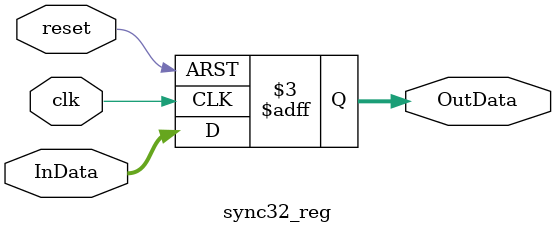
<source format=v>
`timescale 1ns / 1ps

module sync32_reg(
  input clk,
  input reset,
  input [31:0] InData,
  //input enable, //bu kullanılacak
  output reg [31:0] OutData // "output reg" ekledim.
);

always @(posedge clk or negedge reset)
begin
  if (!reset) // reset sinyali negatif kenara geçince OutData'ya 0 ata.
    OutData <= 32'b0;
  else // Aksi takdirde InData'yı OutData'ya ata.
    OutData <= InData;
end

endmodule

</source>
